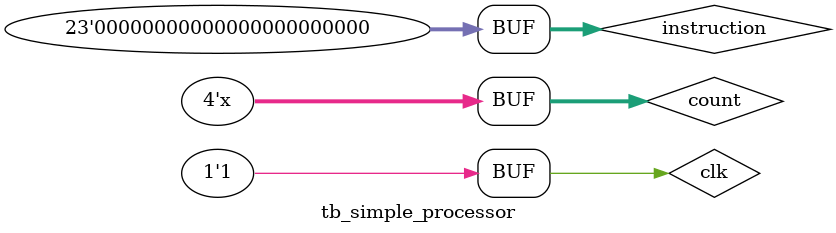
<source format=v>
`timescale 1ns / 1ps

module tb_simple_processor;

    // Testbench signals
    reg clk, reset, start;
	 reg [3:0] count;
    reg [22:0] instruction;
	
    // Instantiate the Unit Under Test (UUT)

    simple_processor uut (
        .clk(clk),
        .reset(reset),
        .start(start),
        .write(write),
        .program_in(instruction)
    );
	 
	 

    initial begin
		  instruction = 23'd0;
        count = 4'b0000;
		  clk = 1'b0;
		  reset = 1'b0;
		  start = 1'b1;
    end


    always begin
        #50
        count = count + 4'b0001;
    end
	 
	 always begin
		#25
		clk = 1'b0;
		#25
		clk = 1'b1;
	 end

    

    always @(count) begin
        case (count)
            4'h0: begin reset = 1'b1; start = 1'b1; end
				4'h1: begin reset = 1'b1; start = 1'b1; end
				4'h2: begin reset = 1'b0; start = 1'b1; end
				4'h3: begin reset = 1'b0; start = 1'b1; end
        endcase
    end
endmodule

</source>
